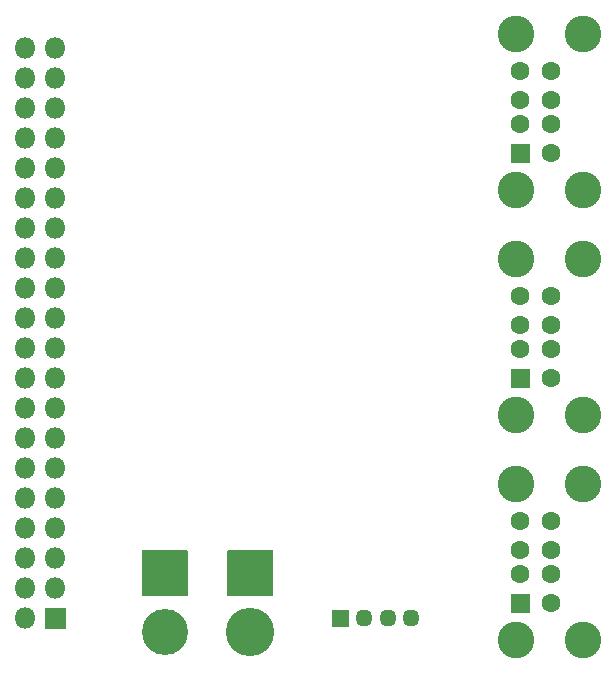
<source format=gbs>
%TF.GenerationSoftware,KiCad,Pcbnew,5.1.9*%
%TF.CreationDate,2021-11-11T19:59:09-07:00*%
%TF.ProjectId,pirate-board,70697261-7465-42d6-926f-6172642e6b69,v1.1*%
%TF.SameCoordinates,Original*%
%TF.FileFunction,Soldermask,Bot*%
%TF.FilePolarity,Negative*%
%FSLAX46Y46*%
G04 Gerber Fmt 4.6, Leading zero omitted, Abs format (unit mm)*
G04 Created by KiCad (PCBNEW 5.1.9) date 2021-11-11 19:59:09*
%MOMM*%
%LPD*%
G01*
G04 APERTURE LIST*
%ADD10C,1.601600*%
%ADD11C,3.101600*%
%ADD12C,3.901600*%
%ADD13C,4.101600*%
%ADD14O,1.451600X1.451600*%
%ADD15O,1.801600X1.801600*%
G04 APERTURE END LIST*
D10*
%TO.C,J6*%
X176610000Y-74280000D03*
X176610000Y-76780000D03*
X176610000Y-78780000D03*
X176610000Y-81280000D03*
D11*
X179320000Y-71210000D03*
X179320000Y-84350000D03*
D10*
X173990000Y-74280000D03*
X173990000Y-76780000D03*
X173990000Y-78780000D03*
G36*
G01*
X174740000Y-82080800D02*
X173240000Y-82080800D01*
G75*
G02*
X173189200Y-82030000I0J50800D01*
G01*
X173189200Y-80530000D01*
G75*
G02*
X173240000Y-80479200I50800J0D01*
G01*
X174740000Y-80479200D01*
G75*
G02*
X174790800Y-80530000I0J-50800D01*
G01*
X174790800Y-82030000D01*
G75*
G02*
X174740000Y-82080800I-50800J0D01*
G01*
G37*
D11*
X173640000Y-84350000D03*
X173640000Y-71210000D03*
%TD*%
D12*
%TO.C,J3*%
X143880000Y-121840000D03*
G36*
G01*
X141980000Y-114889200D02*
X145780000Y-114889200D01*
G75*
G02*
X145830800Y-114940000I0J-50800D01*
G01*
X145830800Y-118740000D01*
G75*
G02*
X145780000Y-118790800I-50800J0D01*
G01*
X141980000Y-118790800D01*
G75*
G02*
X141929200Y-118740000I0J50800D01*
G01*
X141929200Y-114940000D01*
G75*
G02*
X141980000Y-114889200I50800J0D01*
G01*
G37*
%TD*%
D13*
%TO.C,J2*%
X151130000Y-121840000D03*
G36*
G01*
X149230000Y-114889200D02*
X153030000Y-114889200D01*
G75*
G02*
X153080800Y-114940000I0J-50800D01*
G01*
X153080800Y-118740000D01*
G75*
G02*
X153030000Y-118790800I-50800J0D01*
G01*
X149230000Y-118790800D01*
G75*
G02*
X149179200Y-118740000I0J50800D01*
G01*
X149179200Y-114940000D01*
G75*
G02*
X149230000Y-114889200I50800J0D01*
G01*
G37*
%TD*%
D10*
%TO.C,J1*%
X176610000Y-93330000D03*
X176610000Y-95830000D03*
X176610000Y-97830000D03*
X176610000Y-100330000D03*
D11*
X179320000Y-90260000D03*
X179320000Y-103400000D03*
D10*
X173990000Y-93330000D03*
X173990000Y-95830000D03*
X173990000Y-97830000D03*
G36*
G01*
X174740000Y-101130800D02*
X173240000Y-101130800D01*
G75*
G02*
X173189200Y-101080000I0J50800D01*
G01*
X173189200Y-99580000D01*
G75*
G02*
X173240000Y-99529200I50800J0D01*
G01*
X174740000Y-99529200D01*
G75*
G02*
X174790800Y-99580000I0J-50800D01*
G01*
X174790800Y-101080000D01*
G75*
G02*
X174740000Y-101130800I-50800J0D01*
G01*
G37*
D11*
X173640000Y-103400000D03*
X173640000Y-90260000D03*
%TD*%
%TO.C,J4*%
X173640000Y-109310000D03*
X173640000Y-122450000D03*
G36*
G01*
X174740000Y-120180800D02*
X173240000Y-120180800D01*
G75*
G02*
X173189200Y-120130000I0J50800D01*
G01*
X173189200Y-118630000D01*
G75*
G02*
X173240000Y-118579200I50800J0D01*
G01*
X174740000Y-118579200D01*
G75*
G02*
X174790800Y-118630000I0J-50800D01*
G01*
X174790800Y-120130000D01*
G75*
G02*
X174740000Y-120180800I-50800J0D01*
G01*
G37*
D10*
X173990000Y-116880000D03*
X173990000Y-114880000D03*
X173990000Y-112380000D03*
D11*
X179320000Y-122450000D03*
X179320000Y-109310000D03*
D10*
X176610000Y-119380000D03*
X176610000Y-116880000D03*
X176610000Y-114880000D03*
X176610000Y-112380000D03*
%TD*%
%TO.C,J5*%
G36*
G01*
X159425000Y-121375800D02*
X158075000Y-121375800D01*
G75*
G02*
X158024200Y-121325000I0J50800D01*
G01*
X158024200Y-119975000D01*
G75*
G02*
X158075000Y-119924200I50800J0D01*
G01*
X159425000Y-119924200D01*
G75*
G02*
X159475800Y-119975000I0J-50800D01*
G01*
X159475800Y-121325000D01*
G75*
G02*
X159425000Y-121375800I-50800J0D01*
G01*
G37*
D14*
X160750000Y-120650000D03*
X162750000Y-120650000D03*
X164750000Y-120650000D03*
%TD*%
%TO.C,J7*%
G36*
G01*
X135520800Y-119800000D02*
X135520800Y-121500000D01*
G75*
G02*
X135470000Y-121550800I-50800J0D01*
G01*
X133770000Y-121550800D01*
G75*
G02*
X133719200Y-121500000I0J50800D01*
G01*
X133719200Y-119800000D01*
G75*
G02*
X133770000Y-119749200I50800J0D01*
G01*
X135470000Y-119749200D01*
G75*
G02*
X135520800Y-119800000I0J-50800D01*
G01*
G37*
D15*
X132080000Y-120650000D03*
X134620000Y-118110000D03*
X132080000Y-118110000D03*
X134620000Y-115570000D03*
X132080000Y-115570000D03*
X134620000Y-113030000D03*
X132080000Y-113030000D03*
X134620000Y-110490000D03*
X132080000Y-110490000D03*
X134620000Y-107950000D03*
X132080000Y-107950000D03*
X134620000Y-105410000D03*
X132080000Y-105410000D03*
X134620000Y-102870000D03*
X132080000Y-102870000D03*
X134620000Y-100330000D03*
X132080000Y-100330000D03*
X134620000Y-97790000D03*
X132080000Y-97790000D03*
X134620000Y-95250000D03*
X132080000Y-95250000D03*
X134620000Y-92710000D03*
X132080000Y-92710000D03*
X134620000Y-90170000D03*
X132080000Y-90170000D03*
X134620000Y-87630000D03*
X132080000Y-87630000D03*
X134620000Y-85090000D03*
X132080000Y-85090000D03*
X134620000Y-82550000D03*
X132080000Y-82550000D03*
X134620000Y-80010000D03*
X132080000Y-80010000D03*
X134620000Y-77470000D03*
X132080000Y-77470000D03*
X134620000Y-74930000D03*
X132080000Y-74930000D03*
X134620000Y-72390000D03*
X132080000Y-72390000D03*
%TD*%
M02*

</source>
